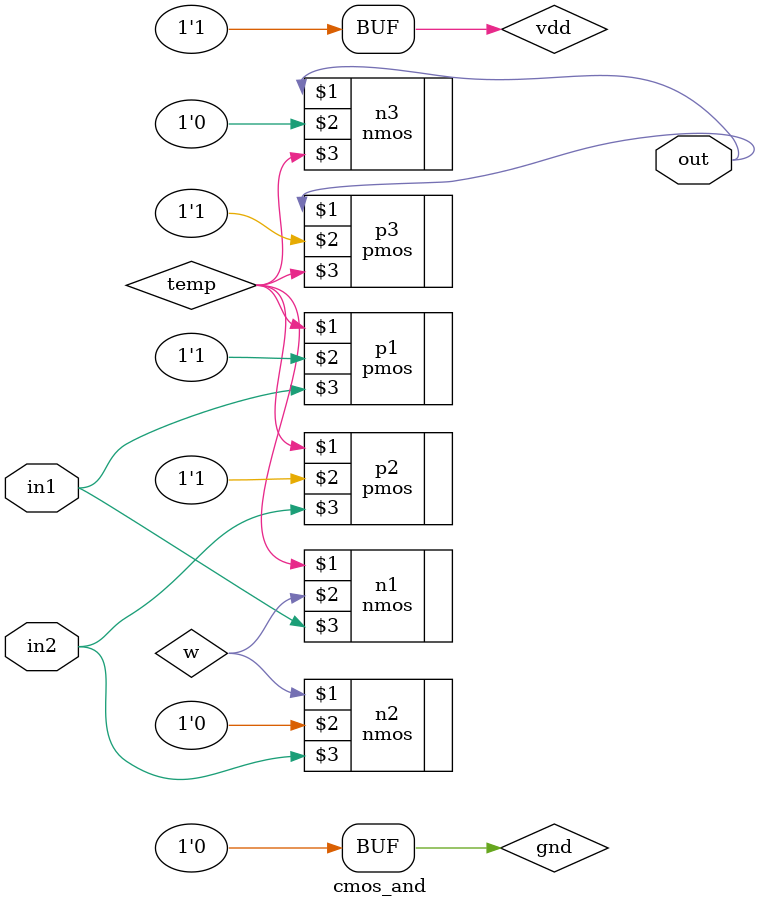
<source format=v>
module cmos_and(in1,in2,out);
	input in1,in2;
	output out;
	wire temp,w;
	supply1 vdd;
	supply0 gnd;

	nmos n1(temp,w,in1);
	nmos n2(w,gnd,in2);
	pmos p1(temp,vdd,in1);
	pmos p2(temp,vdd,in2);

	nmos n3(out,gnd,temp);
	pmos p3(out,vdd,temp);
endmodule
	

</source>
